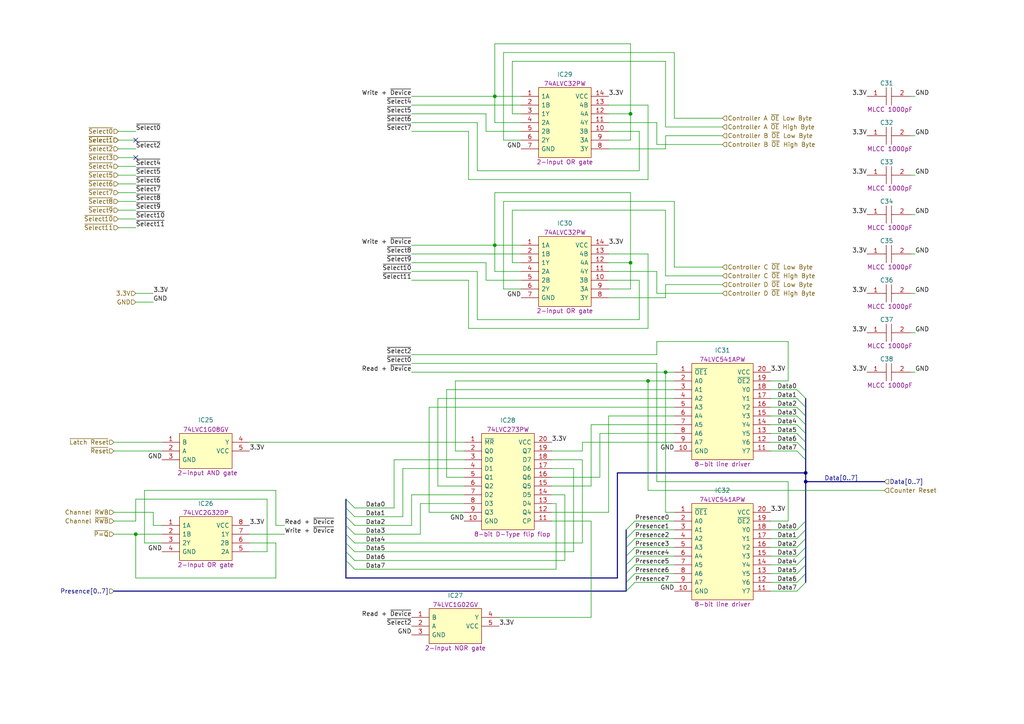
<source format=kicad_sch>
(kicad_sch (version 20230121) (generator eeschema)
  (paper "A4")
  (lib_symbols
    (symbol "Nexperia:74ALVC32PW,118" (pin_names (offset 0.762))
      (property "Reference" "IC" (at 11.43 6.35 0))
      (property "Description" "2-input OR gate" (at 5.08 -19.05 0))
      (property "Silk" "74ALVC32PW" (at 12.7 3.81 0))
      (symbol "74ALVC32PW,118_0_0"
        (pin passive line (at 0 0 0) (length 5.08) (name "1A") (number "1"))
        (pin passive line (at 25.4 -10.16 180) (length 5.08) (name "3B") (number "10"))
        (pin passive line (at 25.4 -7.62 180) (length 5.08) (name "4Y") (number "11"))
        (pin passive line (at 25.4 -5.08 180) (length 5.08) (name "4A") (number "12"))
        (pin passive line (at 25.4 -2.54 180) (length 5.08) (name "4B") (number "13"))
        (pin passive line (at 25.4 0 180) (length 5.08) (name "VCC") (number "14"))
        (pin passive line (at 0 -2.54 0) (length 5.08) (name "1B") (number "2"))
        (pin passive line (at 0 -5.08 0) (length 5.08) (name "1Y") (number "3"))
        (pin passive line (at 0 -7.62 0) (length 5.08) (name "2A") (number "4"))
        (pin passive line (at 0 -10.16 0) (length 5.08) (name "2B") (number "5"))
        (pin passive line (at 0 -12.7 0) (length 5.08) (name "2Y") (number "6"))
        (pin passive line (at 0 -15.24 0) (length 5.08) (name "GND") (number "7"))
        (pin passive line (at 25.4 -15.24 180) (length 5.08) (name "3Y") (number "8"))
        (pin passive line (at 25.4 -12.7 180) (length 5.08) (name "3A") (number "9"))
      )
      (symbol "74ALVC32PW,118_0_1"
        (polyline (pts (xy 5.08 2.54) (xy 20.32 2.54) (xy 20.32 -17.78) (xy 5.08 -17.78) (xy 5.08 2.54)) (stroke (width 0.1524)) (fill (type background)))
      )
    )
    (symbol "Nexperia:74LVC1G02GV,125" (pin_names (offset 0.762))
      (property "Reference" "IC" (at 11.43 6.35 0))
      (property "Description" "2-input NOR gate" (at 3.81 -8.89 0))
      (property "Silk" "74LVC1G02GV" (at 12.7 3.81 0))
      (symbol "74LVC1G02GV,125_0_0"
        (pin passive line (at 0 0 0) (length 5.08) (name "B") (number "1"))
        (pin passive line (at 0 -2.54 0) (length 5.08) (name "A") (number "2"))
        (pin passive line (at 0 -5.08 0) (length 5.08) (name "GND") (number "3"))
        (pin passive line (at 25.4 0 180) (length 5.08) (name "Y") (number "4"))
        (pin passive line (at 25.4 -2.54 180) (length 5.08) (name "VCC") (number "5"))
      )
      (symbol "74LVC1G02GV,125_0_1"
        (polyline (pts (xy 5.08 2.54) (xy 20.32 2.54) (xy 20.32 -7.62) (xy 5.08 -7.62) (xy 5.08 2.54)) (stroke (width 0.1524)) (fill (type background)))
      )
    )
    (symbol "Nexperia:74LVC1G08GV,125" (pin_names (offset 0.762))
      (property "Reference" "IC" (at 10.795 5.715 0))
      (property "Silk" "74LVC1G08GV" (at 12.7 3.81 0))
      (symbol "74LVC1G08GV,125_0_0"
        (pin passive line (at 0 0 0) (length 5.08) (name "B") (number "1"))
        (pin passive line (at 0 -2.54 0) (length 5.08) (name "A") (number "2"))
        (pin passive line (at 0 -5.08 0) (length 5.08) (name "GND") (number "3"))
        (pin passive line (at 25.4 0 180) (length 5.08) (name "Y") (number "4"))
        (pin passive line (at 25.4 -2.54 180) (length 5.08) (name "VCC") (number "5"))
      )
      (symbol "74LVC1G08GV,125_0_1"
        (polyline (pts (xy 5.08 2.54) (xy 20.32 2.54) (xy 20.32 -7.62) (xy 5.08 -7.62) (xy 5.08 2.54)) (stroke (width 0.1524)) (fill (type background)))
      )
    )
    (symbol "Nexperia:74LVC273PW,118" (pin_names (offset 0.762))
      (property "Reference" "IC" (at 11.43 6.35 0))
      (property "Description" "8-bit D-Type flip flop" (at 1.27 -26.67 0))
      (property "Silk" "74LVC273PW" (at 12.7 3.81 0))
      (symbol "74LVC273PW,118_0_0"
        (pin passive line (at 0 0 0) (length 5.08) (name "~{MR}") (number "1"))
        (pin passive line (at 0 -22.86 0) (length 5.08) (name "GND") (number "10"))
        (pin passive line (at 25.4 -22.86 180) (length 5.08) (name "CP") (number "11"))
        (pin passive line (at 25.4 -20.32 180) (length 5.08) (name "Q4") (number "12"))
        (pin passive line (at 25.4 -17.78 180) (length 5.08) (name "D4") (number "13"))
        (pin passive line (at 25.4 -15.24 180) (length 5.08) (name "D5") (number "14"))
        (pin passive line (at 25.4 -12.7 180) (length 5.08) (name "Q5") (number "15"))
        (pin passive line (at 25.4 -10.16 180) (length 5.08) (name "Q6") (number "16"))
        (pin passive line (at 25.4 -7.62 180) (length 5.08) (name "D6") (number "17"))
        (pin passive line (at 25.4 -5.08 180) (length 5.08) (name "D7") (number "18"))
        (pin passive line (at 25.4 -2.54 180) (length 5.08) (name "Q7") (number "19"))
        (pin passive line (at 0 -2.54 0) (length 5.08) (name "Q0") (number "2"))
        (pin passive line (at 25.4 0 180) (length 5.08) (name "VCC") (number "20"))
        (pin passive line (at 0 -5.08 0) (length 5.08) (name "D0") (number "3"))
        (pin passive line (at 0 -7.62 0) (length 5.08) (name "D1") (number "4"))
        (pin passive line (at 0 -10.16 0) (length 5.08) (name "Q1") (number "5"))
        (pin passive line (at 0 -12.7 0) (length 5.08) (name "Q2") (number "6"))
        (pin passive line (at 0 -15.24 0) (length 5.08) (name "D2") (number "7"))
        (pin passive line (at 0 -17.78 0) (length 5.08) (name "D3") (number "8"))
        (pin passive line (at 0 -20.32 0) (length 5.08) (name "Q3") (number "9"))
      )
      (symbol "74LVC273PW,118_0_1"
        (polyline (pts (xy 5.08 2.54) (xy 20.32 2.54) (xy 20.32 -25.4) (xy 5.08 -25.4) (xy 5.08 2.54)) (stroke (width 0.1524)) (fill (type background)))
      )
    )
    (symbol "Nexperia:74LVC2G32DP,125" (pin_names (offset 0.762))
      (property "Reference" "IC" (at 11.43 6.35 0))
      (property "Description" "2-Input OR gate" (at 5.08 -11.43 0))
      (property "Silk" "74LVC2G32DP" (at 12.7 3.81 0))
      (symbol "74LVC2G32DP,125_0_0"
        (pin passive line (at 0 0 0) (length 5.08) (name "1A") (number "1"))
        (pin passive line (at 0 -2.54 0) (length 5.08) (name "1B") (number "2"))
        (pin passive line (at 0 -5.08 0) (length 5.08) (name "2Y") (number "3"))
        (pin passive line (at 0 -7.62 0) (length 5.08) (name "GND") (number "4"))
        (pin passive line (at 25.4 -7.62 180) (length 5.08) (name "2A") (number "5"))
        (pin passive line (at 25.4 -5.08 180) (length 5.08) (name "2B") (number "6"))
        (pin passive line (at 25.4 -2.54 180) (length 5.08) (name "1Y") (number "7"))
        (pin passive line (at 25.4 0 180) (length 5.08) (name "VCC") (number "8"))
      )
      (symbol "74LVC2G32DP,125_0_1"
        (polyline (pts (xy 5.08 2.54) (xy 20.32 2.54) (xy 20.32 -10.16) (xy 5.08 -10.16) (xy 5.08 2.54)) (stroke (width 0.1524)) (fill (type background)))
      )
    )
    (symbol "Nexperia:74LVC541APW,118" (pin_names (offset 0.762))
      (property "Reference" "IC" (at 12.7 6.35 0))
      (property "Description" "8-bit line driver" (at 6.35 -26.67 0))
      (property "Silk" "74LVC541APW" (at 13.97 3.81 0))
      (symbol "74LVC541APW,118_0_0"
        (pin passive line (at 0 0 0) (length 5.08) (name "~{OE1}") (number "1"))
        (pin passive line (at 0 -22.86 0) (length 5.08) (name "GND") (number "10"))
        (pin passive line (at 27.94 -22.86 180) (length 5.08) (name "Y7") (number "11"))
        (pin passive line (at 27.94 -20.32 180) (length 5.08) (name "Y6") (number "12"))
        (pin passive line (at 27.94 -17.78 180) (length 5.08) (name "Y5") (number "13"))
        (pin passive line (at 27.94 -15.24 180) (length 5.08) (name "Y4") (number "14"))
        (pin passive line (at 27.94 -12.7 180) (length 5.08) (name "Y3") (number "15"))
        (pin passive line (at 27.94 -10.16 180) (length 5.08) (name "Y2") (number "16"))
        (pin passive line (at 27.94 -7.62 180) (length 5.08) (name "Y1") (number "17"))
        (pin passive line (at 27.94 -5.08 180) (length 5.08) (name "Y0") (number "18"))
        (pin passive line (at 27.94 -2.54 180) (length 5.08) (name "~{OE2}") (number "19"))
        (pin passive line (at 0 -2.54 0) (length 5.08) (name "A0") (number "2"))
        (pin passive line (at 27.94 0 180) (length 5.08) (name "VCC") (number "20"))
        (pin passive line (at 0 -5.08 0) (length 5.08) (name "A1") (number "3"))
        (pin passive line (at 0 -7.62 0) (length 5.08) (name "A2") (number "4"))
        (pin passive line (at 0 -10.16 0) (length 5.08) (name "A3") (number "5"))
        (pin passive line (at 0 -12.7 0) (length 5.08) (name "A4") (number "6"))
        (pin passive line (at 0 -15.24 0) (length 5.08) (name "A5") (number "7"))
        (pin passive line (at 0 -17.78 0) (length 5.08) (name "A6") (number "8"))
        (pin passive line (at 0 -20.32 0) (length 5.08) (name "A7") (number "9"))
      )
      (symbol "74LVC541APW,118_0_1"
        (polyline (pts (xy 5.08 2.54) (xy 22.86 2.54) (xy 22.86 -25.4) (xy 5.08 -25.4) (xy 5.08 2.54)) (stroke (width 0.1524)) (fill (type background)))
      )
    )
    (symbol "Wurth_Elektronik:885012207033" (pin_names (offset 0.762))
      (property "Reference" "C" (at 5.715 3.81 0))
      (property "Description" "MLCC 1000pF" (at 0 -3.81 0))
      (symbol "885012207033_0_0"
        (pin passive line (at 0 0 0) (length 5.08) (name "~") (number "1"))
        (pin passive line (at 12.7 0 180) (length 5.08) (name "~") (number "2"))
      )
      (symbol "885012207033_0_1"
        (polyline (pts (xy 5.08 0) (xy 5.588 0)) (stroke (width 0.1524)))
        (polyline (pts (xy 5.588 2.54) (xy 5.588 -2.54)) (stroke (width 0.1524)))
        (polyline (pts (xy 7.112 0) (xy 7.62 0)) (stroke (width 0.1524)))
        (polyline (pts (xy 7.112 2.54) (xy 7.112 -2.54)) (stroke (width 0.1524)))
      )
    )
  )
  (junction (at 233.68 139.7))
  (junction (at 187.96 110.49))
  (junction (at 182.88 76.2))
  (junction (at 233.68 137.16))
  (junction (at 143.51 27.94))
  (junction (at 182.88 33.02))
  (junction (at 39.37 154.94))
  (junction (at 143.51 71.12))
  (junction (at 193.04 107.95))
  (no_connect (at 39.37 45.72))
  (no_connect (at 39.37 40.64))
  (bus_entry (at 231.14 118.11) (size 2.54 2.54))
  (bus_entry (at 100.33 149.86) (size 2.54 2.54))
  (bus_entry (at 231.14 115.57) (size 2.54 2.54))
  (bus_entry (at 181.61 166.37) (size 2.54 -2.54))
  (bus_entry (at 181.61 163.83) (size 2.54 -2.54))
  (bus_entry (at 100.33 144.78) (size 2.54 2.54))
  (bus_entry (at 231.14 161.29) (size 2.54 -2.54))
  (bus_entry (at 181.61 161.29) (size 2.54 -2.54))
  (bus_entry (at 231.14 123.19) (size 2.54 2.54))
  (bus_entry (at 231.14 163.83) (size 2.54 -2.54))
  (bus_entry (at 231.14 158.75) (size 2.54 -2.54))
  (bus_entry (at 100.33 160.02) (size 2.54 2.54))
  (bus_entry (at 231.14 130.81) (size 2.54 2.54))
  (bus_entry (at 231.14 171.45) (size 2.54 -2.54))
  (bus_entry (at 100.33 152.4) (size 2.54 2.54))
  (bus_entry (at 181.61 158.75) (size 2.54 -2.54))
  (bus_entry (at 100.33 147.32) (size 2.54 2.54))
  (bus_entry (at 231.14 113.03) (size 2.54 2.54))
  (bus_entry (at 231.14 125.73) (size 2.54 2.54))
  (bus_entry (at 231.14 128.27) (size 2.54 2.54))
  (bus_entry (at 231.14 166.37) (size 2.54 -2.54))
  (bus_entry (at 231.14 168.91) (size 2.54 -2.54))
  (bus_entry (at 100.33 154.94) (size 2.54 2.54))
  (bus_entry (at 231.14 156.21) (size 2.54 -2.54))
  (bus_entry (at 231.14 120.65) (size 2.54 2.54))
  (bus_entry (at 100.33 162.56) (size 2.54 2.54))
  (bus_entry (at 181.61 153.67) (size 2.54 -2.54))
  (bus_entry (at 181.61 171.45) (size 2.54 -2.54))
  (bus_entry (at 181.61 156.21) (size 2.54 -2.54))
  (bus_entry (at 231.14 153.67) (size 2.54 -2.54))
  (bus_entry (at 100.33 157.48) (size 2.54 2.54))
  (bus_entry (at 181.61 168.91) (size 2.54 -2.54))
  (wire (pts (xy 39.37 154.94) (xy 46.99 154.94)))
  (wire (pts (xy 185.42 81.28) (xy 185.42 92.71)))
  (wire (pts (xy 119.38 38.1) (xy 135.89 38.1)))
  (wire (pts (xy 72.39 128.27) (xy 134.62 128.27)))
  (wire (pts (xy 160.02 130.81) (xy 168.91 130.81)))
  (wire (pts (xy 184.15 161.29) (xy 195.58 161.29)))
  (wire (pts (xy 119.38 35.56) (xy 138.43 35.56)))
  (wire (pts (xy 119.38 105.41) (xy 190.5 105.41)))
  (wire (pts (xy 143.51 78.74) (xy 151.13 78.74)))
  (wire (pts (xy 124.46 118.11) (xy 195.58 118.11)))
  (wire (pts (xy 163.83 143.51) (xy 163.83 162.56)))
  (wire (pts (xy 33.02 148.59) (xy 44.45 148.59)))
  (wire (pts (xy 223.52 163.83) (xy 231.14 163.83)))
  (wire (pts (xy 143.51 35.56) (xy 151.13 35.56)))
  (bus (pts (xy 100.33 152.4) (xy 100.33 154.94)))
  (bus (pts (xy 233.68 128.27) (xy 233.68 130.81)))
  (wire (pts (xy 148.59 76.2) (xy 148.59 60.96)))
  (wire (pts (xy 34.29 50.8) (xy 39.37 50.8)))
  (bus (pts (xy 233.68 163.83) (xy 233.68 166.37)))
  (wire (pts (xy 148.59 17.78) (xy 193.04 17.78)))
  (wire (pts (xy 46.99 157.48) (xy 41.91 157.48)))
  (wire (pts (xy 176.53 148.59) (xy 176.53 120.65)))
  (wire (pts (xy 148.59 60.96) (xy 193.04 60.96)))
  (wire (pts (xy 80.01 157.48) (xy 72.39 157.48)))
  (wire (pts (xy 231.14 130.81) (xy 223.52 130.81)))
  (bus (pts (xy 233.68 158.75) (xy 233.68 161.29)))
  (wire (pts (xy 223.52 128.27) (xy 231.14 128.27)))
  (wire (pts (xy 119.38 78.74) (xy 138.43 78.74)))
  (wire (pts (xy 223.52 125.73) (xy 231.14 125.73)))
  (wire (pts (xy 33.02 154.94) (xy 39.37 154.94)))
  (wire (pts (xy 228.6 151.13) (xy 228.6 139.7)))
  (wire (pts (xy 44.45 152.4) (xy 46.99 152.4)))
  (wire (pts (xy 187.96 110.49) (xy 195.58 110.49)))
  (wire (pts (xy 195.58 148.59) (xy 193.04 148.59)))
  (wire (pts (xy 148.59 33.02) (xy 148.59 17.78)))
  (wire (pts (xy 146.05 83.82) (xy 146.05 58.42)))
  (wire (pts (xy 34.29 63.5) (xy 39.37 63.5)))
  (wire (pts (xy 176.53 73.66) (xy 187.96 73.66)))
  (wire (pts (xy 264.16 39.37) (xy 265.43 39.37)))
  (bus (pts (xy 233.68 130.81) (xy 233.68 133.35)))
  (wire (pts (xy 44.45 148.59) (xy 44.45 152.4)))
  (wire (pts (xy 182.88 40.64) (xy 176.53 40.64)))
  (wire (pts (xy 184.15 158.75) (xy 195.58 158.75)))
  (wire (pts (xy 119.38 33.02) (xy 140.97 33.02)))
  (wire (pts (xy 228.6 110.49) (xy 228.6 99.06)))
  (wire (pts (xy 39.37 85.09) (xy 44.45 85.09)))
  (wire (pts (xy 184.15 153.67) (xy 195.58 153.67)))
  (wire (pts (xy 119.38 102.87) (xy 190.5 102.87)))
  (wire (pts (xy 77.47 160.02) (xy 77.47 144.78)))
  (wire (pts (xy 140.97 76.2) (xy 140.97 81.28)))
  (wire (pts (xy 176.53 81.28) (xy 185.42 81.28)))
  (wire (pts (xy 187.96 52.07) (xy 135.89 52.07)))
  (bus (pts (xy 233.68 123.19) (xy 233.68 125.73)))
  (wire (pts (xy 160.02 133.35) (xy 168.91 133.35)))
  (wire (pts (xy 195.58 15.24) (xy 195.58 34.29)))
  (wire (pts (xy 102.87 154.94) (xy 121.92 154.94)))
  (wire (pts (xy 190.5 85.09) (xy 209.55 85.09)))
  (wire (pts (xy 228.6 110.49) (xy 223.52 110.49)))
  (bus (pts (xy 100.33 154.94) (xy 100.33 157.48)))
  (bus (pts (xy 181.61 161.29) (xy 181.61 163.83)))
  (wire (pts (xy 102.87 157.48) (xy 168.91 157.48)))
  (wire (pts (xy 223.52 113.03) (xy 231.14 113.03)))
  (wire (pts (xy 184.15 156.21) (xy 195.58 156.21)))
  (bus (pts (xy 233.68 166.37) (xy 233.68 168.91)))
  (wire (pts (xy 168.91 128.27) (xy 195.58 128.27)))
  (wire (pts (xy 193.04 60.96) (xy 193.04 80.01)))
  (wire (pts (xy 193.04 39.37) (xy 209.55 39.37)))
  (bus (pts (xy 100.33 144.78) (xy 100.33 147.32)))
  (wire (pts (xy 264.16 96.52) (xy 265.43 96.52)))
  (wire (pts (xy 223.52 156.21) (xy 231.14 156.21)))
  (wire (pts (xy 190.5 35.56) (xy 190.5 41.91)))
  (wire (pts (xy 132.08 130.81) (xy 132.08 110.49)))
  (wire (pts (xy 102.87 147.32) (xy 114.3 147.32)))
  (bus (pts (xy 233.68 118.11) (xy 233.68 120.65)))
  (wire (pts (xy 182.88 33.02) (xy 182.88 40.64)))
  (wire (pts (xy 127 115.57) (xy 195.58 115.57)))
  (wire (pts (xy 119.38 143.51) (xy 119.38 152.4)))
  (wire (pts (xy 102.87 165.1) (xy 161.29 165.1)))
  (bus (pts (xy 233.68 120.65) (xy 233.68 123.19)))
  (wire (pts (xy 176.53 35.56) (xy 190.5 35.56)))
  (wire (pts (xy 182.88 33.02) (xy 176.53 33.02)))
  (wire (pts (xy 168.91 130.81) (xy 168.91 128.27)))
  (wire (pts (xy 34.29 48.26) (xy 39.37 48.26)))
  (wire (pts (xy 143.51 27.94) (xy 143.51 12.7)))
  (wire (pts (xy 134.62 143.51) (xy 119.38 143.51)))
  (wire (pts (xy 176.53 78.74) (xy 190.5 78.74)))
  (wire (pts (xy 160.02 138.43) (xy 173.99 138.43)))
  (wire (pts (xy 223.52 158.75) (xy 231.14 158.75)))
  (bus (pts (xy 233.68 137.16) (xy 233.68 139.7)))
  (wire (pts (xy 151.13 40.64) (xy 146.05 40.64)))
  (wire (pts (xy 151.13 83.82) (xy 146.05 83.82)))
  (wire (pts (xy 182.88 12.7) (xy 182.88 33.02)))
  (wire (pts (xy 140.97 81.28) (xy 151.13 81.28)))
  (wire (pts (xy 171.45 140.97) (xy 171.45 123.19)))
  (bus (pts (xy 33.02 171.45) (xy 181.61 171.45)))
  (wire (pts (xy 146.05 58.42) (xy 195.58 58.42)))
  (bus (pts (xy 100.33 162.56) (xy 100.33 167.64)))
  (wire (pts (xy 34.29 38.1) (xy 39.37 38.1)))
  (wire (pts (xy 264.16 50.8) (xy 265.43 50.8)))
  (wire (pts (xy 119.38 76.2) (xy 140.97 76.2)))
  (wire (pts (xy 34.29 60.96) (xy 39.37 60.96)))
  (wire (pts (xy 41.91 157.48) (xy 41.91 142.24)))
  (wire (pts (xy 119.38 30.48) (xy 151.13 30.48)))
  (wire (pts (xy 176.53 30.48) (xy 187.96 30.48)))
  (wire (pts (xy 102.87 162.56) (xy 163.83 162.56)))
  (wire (pts (xy 193.04 43.18) (xy 193.04 39.37)))
  (wire (pts (xy 143.51 71.12) (xy 143.51 55.88)))
  (wire (pts (xy 119.38 73.66) (xy 151.13 73.66)))
  (wire (pts (xy 223.52 168.91) (xy 231.14 168.91)))
  (wire (pts (xy 166.37 135.89) (xy 166.37 160.02)))
  (bus (pts (xy 100.33 149.86) (xy 100.33 152.4)))
  (wire (pts (xy 102.87 160.02) (xy 166.37 160.02)))
  (bus (pts (xy 233.68 139.7) (xy 256.54 139.7)))
  (wire (pts (xy 160.02 135.89) (xy 166.37 135.89)))
  (bus (pts (xy 100.33 160.02) (xy 100.33 162.56)))
  (wire (pts (xy 34.29 45.72) (xy 39.37 45.72)))
  (wire (pts (xy 264.16 73.66) (xy 265.43 73.66)))
  (wire (pts (xy 143.51 12.7) (xy 182.88 12.7)))
  (wire (pts (xy 121.92 146.05) (xy 121.92 154.94)))
  (bus (pts (xy 233.68 153.67) (xy 233.68 156.21)))
  (wire (pts (xy 140.97 33.02) (xy 140.97 38.1)))
  (wire (pts (xy 114.3 133.35) (xy 134.62 133.35)))
  (wire (pts (xy 77.47 144.78) (xy 39.37 144.78)))
  (wire (pts (xy 102.87 149.86) (xy 116.84 149.86)))
  (wire (pts (xy 134.62 140.97) (xy 127 140.97)))
  (bus (pts (xy 233.68 151.13) (xy 233.68 153.67)))
  (bus (pts (xy 233.68 115.57) (xy 233.68 118.11)))
  (wire (pts (xy 187.96 95.25) (xy 135.89 95.25)))
  (bus (pts (xy 181.61 166.37) (xy 181.61 168.91)))
  (wire (pts (xy 223.52 166.37) (xy 231.14 166.37)))
  (wire (pts (xy 193.04 107.95) (xy 195.58 107.95)))
  (wire (pts (xy 143.51 71.12) (xy 143.51 78.74)))
  (wire (pts (xy 182.88 55.88) (xy 182.88 76.2)))
  (wire (pts (xy 34.29 66.04) (xy 39.37 66.04)))
  (wire (pts (xy 190.5 41.91) (xy 209.55 41.91)))
  (wire (pts (xy 138.43 78.74) (xy 138.43 92.71)))
  (wire (pts (xy 160.02 143.51) (xy 163.83 143.51)))
  (wire (pts (xy 187.96 110.49) (xy 187.96 142.24)))
  (wire (pts (xy 171.45 179.07) (xy 171.45 151.13)))
  (wire (pts (xy 176.53 38.1) (xy 185.42 38.1)))
  (wire (pts (xy 34.29 55.88) (xy 39.37 55.88)))
  (wire (pts (xy 119.38 107.95) (xy 193.04 107.95)))
  (wire (pts (xy 129.54 138.43) (xy 134.62 138.43)))
  (wire (pts (xy 143.51 55.88) (xy 182.88 55.88)))
  (bus (pts (xy 181.61 153.67) (xy 181.61 156.21)))
  (wire (pts (xy 182.88 83.82) (xy 176.53 83.82)))
  (wire (pts (xy 144.78 179.07) (xy 171.45 179.07)))
  (wire (pts (xy 195.58 34.29) (xy 209.55 34.29)))
  (wire (pts (xy 134.62 146.05) (xy 121.92 146.05)))
  (wire (pts (xy 184.15 168.91) (xy 195.58 168.91)))
  (wire (pts (xy 223.52 151.13) (xy 228.6 151.13)))
  (wire (pts (xy 129.54 138.43) (xy 129.54 113.03)))
  (wire (pts (xy 135.89 95.25) (xy 135.89 81.28)))
  (wire (pts (xy 127 140.97) (xy 127 115.57)))
  (bus (pts (xy 181.61 156.21) (xy 181.61 158.75)))
  (wire (pts (xy 173.99 125.73) (xy 195.58 125.73)))
  (wire (pts (xy 140.97 38.1) (xy 151.13 38.1)))
  (wire (pts (xy 143.51 27.94) (xy 151.13 27.94)))
  (wire (pts (xy 193.04 86.36) (xy 193.04 82.55)))
  (wire (pts (xy 223.52 118.11) (xy 231.14 118.11)))
  (wire (pts (xy 187.96 142.24) (xy 256.54 142.24)))
  (wire (pts (xy 193.04 107.95) (xy 193.04 148.59)))
  (wire (pts (xy 190.5 99.06) (xy 190.5 102.87)))
  (bus (pts (xy 181.61 168.91) (xy 181.61 171.45)))
  (bus (pts (xy 233.68 133.35) (xy 233.68 137.16)))
  (wire (pts (xy 223.52 123.19) (xy 231.14 123.19)))
  (wire (pts (xy 231.14 171.45) (xy 223.52 171.45)))
  (wire (pts (xy 39.37 144.78) (xy 39.37 151.13)))
  (wire (pts (xy 39.37 87.63) (xy 44.45 87.63)))
  (wire (pts (xy 116.84 135.89) (xy 134.62 135.89)))
  (bus (pts (xy 179.07 137.16) (xy 233.68 137.16)))
  (wire (pts (xy 193.04 17.78) (xy 193.04 36.83)))
  (wire (pts (xy 129.54 113.03) (xy 195.58 113.03)))
  (wire (pts (xy 184.15 151.13) (xy 195.58 151.13)))
  (wire (pts (xy 143.51 27.94) (xy 143.51 35.56)))
  (wire (pts (xy 134.62 130.81) (xy 132.08 130.81)))
  (wire (pts (xy 34.29 43.18) (xy 39.37 43.18)))
  (wire (pts (xy 182.88 76.2) (xy 182.88 83.82)))
  (wire (pts (xy 33.02 130.81) (xy 46.99 130.81)))
  (wire (pts (xy 124.46 148.59) (xy 124.46 118.11)))
  (bus (pts (xy 181.61 163.83) (xy 181.61 166.37)))
  (wire (pts (xy 264.16 27.94) (xy 265.43 27.94)))
  (wire (pts (xy 33.02 128.27) (xy 46.99 128.27)))
  (wire (pts (xy 223.52 161.29) (xy 231.14 161.29)))
  (wire (pts (xy 34.29 53.34) (xy 39.37 53.34)))
  (bus (pts (xy 100.33 167.64) (xy 179.07 167.64)))
  (bus (pts (xy 100.33 157.48) (xy 100.33 160.02)))
  (wire (pts (xy 160.02 146.05) (xy 161.29 146.05)))
  (wire (pts (xy 119.38 81.28) (xy 135.89 81.28)))
  (wire (pts (xy 173.99 138.43) (xy 173.99 125.73)))
  (wire (pts (xy 39.37 151.13) (xy 33.02 151.13)))
  (wire (pts (xy 264.16 85.09) (xy 265.43 85.09)))
  (wire (pts (xy 195.58 58.42) (xy 195.58 77.47)))
  (wire (pts (xy 193.04 36.83) (xy 209.55 36.83)))
  (bus (pts (xy 233.68 139.7) (xy 233.68 151.13)))
  (wire (pts (xy 80.01 152.4) (xy 82.55 152.4)))
  (wire (pts (xy 116.84 149.86) (xy 116.84 135.89)))
  (wire (pts (xy 223.52 115.57) (xy 231.14 115.57)))
  (wire (pts (xy 34.29 40.64) (xy 39.37 40.64)))
  (wire (pts (xy 185.42 38.1) (xy 185.42 49.53)))
  (wire (pts (xy 72.39 154.94) (xy 82.55 154.94)))
  (bus (pts (xy 179.07 167.64) (xy 179.07 137.16)))
  (wire (pts (xy 223.52 153.67) (xy 231.14 153.67)))
  (wire (pts (xy 114.3 133.35) (xy 114.3 147.32)))
  (wire (pts (xy 80.01 167.64) (xy 39.37 167.64)))
  (wire (pts (xy 34.29 58.42) (xy 39.37 58.42)))
  (wire (pts (xy 134.62 148.59) (xy 124.46 148.59)))
  (wire (pts (xy 185.42 49.53) (xy 138.43 49.53)))
  (wire (pts (xy 182.88 76.2) (xy 176.53 76.2)))
  (wire (pts (xy 132.08 110.49) (xy 187.96 110.49)))
  (wire (pts (xy 160.02 151.13) (xy 171.45 151.13)))
  (wire (pts (xy 264.16 62.23) (xy 265.43 62.23)))
  (wire (pts (xy 39.37 167.64) (xy 39.37 154.94)))
  (wire (pts (xy 176.53 120.65) (xy 195.58 120.65)))
  (bus (pts (xy 100.33 147.32) (xy 100.33 149.86)))
  (wire (pts (xy 184.15 166.37) (xy 195.58 166.37)))
  (wire (pts (xy 80.01 157.48) (xy 80.01 167.64)))
  (wire (pts (xy 228.6 99.06) (xy 190.5 99.06)))
  (wire (pts (xy 119.38 71.12) (xy 143.51 71.12)))
  (wire (pts (xy 151.13 33.02) (xy 148.59 33.02)))
  (wire (pts (xy 160.02 148.59) (xy 176.53 148.59)))
  (wire (pts (xy 135.89 52.07) (xy 135.89 38.1)))
  (wire (pts (xy 176.53 43.18) (xy 193.04 43.18)))
  (wire (pts (xy 176.53 86.36) (xy 193.04 86.36)))
  (wire (pts (xy 187.96 73.66) (xy 187.96 95.25)))
  (wire (pts (xy 185.42 92.71) (xy 138.43 92.71)))
  (wire (pts (xy 151.13 76.2) (xy 148.59 76.2)))
  (wire (pts (xy 187.96 30.48) (xy 187.96 52.07)))
  (bus (pts (xy 181.61 158.75) (xy 181.61 161.29)))
  (wire (pts (xy 41.91 142.24) (xy 80.01 142.24)))
  (wire (pts (xy 72.39 160.02) (xy 77.47 160.02)))
  (wire (pts (xy 190.5 139.7) (xy 190.5 105.41)))
  (wire (pts (xy 193.04 82.55) (xy 209.55 82.55)))
  (wire (pts (xy 138.43 35.56) (xy 138.43 49.53)))
  (wire (pts (xy 195.58 77.47) (xy 209.55 77.47)))
  (wire (pts (xy 168.91 133.35) (xy 168.91 157.48)))
  (wire (pts (xy 171.45 123.19) (xy 195.58 123.19)))
  (wire (pts (xy 228.6 139.7) (xy 190.5 139.7)))
  (wire (pts (xy 143.51 71.12) (xy 151.13 71.12)))
  (wire (pts (xy 184.15 163.83) (xy 195.58 163.83)))
  (wire (pts (xy 146.05 40.64) (xy 146.05 15.24)))
  (wire (pts (xy 190.5 78.74) (xy 190.5 85.09)))
  (bus (pts (xy 233.68 161.29) (xy 233.68 163.83)))
  (wire (pts (xy 80.01 142.24) (xy 80.01 152.4)))
  (wire (pts (xy 193.04 80.01) (xy 209.55 80.01)))
  (wire (pts (xy 119.38 27.94) (xy 143.51 27.94)))
  (wire (pts (xy 146.05 15.24) (xy 195.58 15.24)))
  (wire (pts (xy 161.29 146.05) (xy 161.29 165.1)))
  (bus (pts (xy 233.68 156.21) (xy 233.68 158.75)))
  (wire (pts (xy 223.52 120.65) (xy 231.14 120.65)))
  (wire (pts (xy 160.02 140.97) (xy 171.45 140.97)))
  (bus (pts (xy 233.68 125.73) (xy 233.68 128.27)))
  (wire (pts (xy 102.87 152.4) (xy 119.38 152.4)))
  (wire (pts (xy 264.16 107.95) (xy 265.43 107.95)))
  (label "3.3V" (at 72.39 130.81 0))
  (label "~{Select4}" (at 119.38 30.48 180))
  (label "GND" (at 265.43 50.8 0))
  (label "GND" (at 134.62 151.13 180))
  (label "3.3V" (at 251.46 73.66 180))
  (label "Presence6" (at 184.15 166.37 0))
  (label "~{Select7}" (at 119.38 38.1 180))
  (label "Data6" (at 111.76 162.56 180))
  (label "GND" (at 151.13 43.18 180))
  (label "Presence2" (at 184.15 156.21 0))
  (label "GND" (at 265.43 85.09 0))
  (label "~{Select6}" (at 119.38 35.56 180))
  (label "GND" (at 265.43 39.37 0))
  (label "Read + ~{Device}" (at 119.38 179.07 180))
  (label "GND" (at 195.58 130.81 180))
  (label "Data2" (at 231.14 158.75 180))
  (label "3.3V" (at 223.52 148.59 0))
  (label "Data7" (at 231.14 171.45 180))
  (label "Data4" (at 231.14 163.83 180))
  (label "GND" (at 265.43 27.94 0))
  (label "3.3V" (at 251.46 96.52 180))
  (label "~{Select6}" (at 39.37 53.34 0))
  (label "Read + ~{Device}" (at 119.38 107.95 180))
  (label "~{Select8}" (at 39.37 58.42 0))
  (label "3.3V" (at 176.53 71.12 0))
  (label "Data0" (at 111.76 147.32 180))
  (label "Presence4" (at 184.15 161.29 0))
  (label "Data[0..7]" (at 248.92 139.7 180))
  (label "~{Select9}" (at 119.38 76.2 180))
  (label "Presence1" (at 184.15 153.67 0))
  (label "Data6" (at 231.14 128.27 180))
  (label "3.3V" (at 72.39 152.4 0))
  (label "GND" (at 46.99 160.02 180))
  (label "Data4" (at 231.14 123.19 180))
  (label "3.3V" (at 251.46 85.09 180))
  (label "GND" (at 44.45 87.63 0))
  (label "Presence3" (at 184.15 158.75 0))
  (label "~{Select9}" (at 39.37 60.96 0))
  (label "GND" (at 265.43 73.66 0))
  (label "Presence7" (at 184.15 168.91 0))
  (label "~{Select10}" (at 119.38 78.74 180))
  (label "Data3" (at 231.14 161.29 180))
  (label "~{Select2}" (at 39.37 43.18 0))
  (label "Data3" (at 111.76 154.94 180))
  (label "Data1" (at 231.14 115.57 180))
  (label "GND" (at 151.13 86.36 180))
  (label "~{Select8}" (at 119.38 73.66 180))
  (label "~{Select11}" (at 119.38 81.28 180))
  (label "3.3V" (at 223.52 107.95 0))
  (label "~{Select11}" (at 39.37 66.04 0))
  (label "Data3" (at 231.14 120.65 180))
  (label "Write + ~{Device}" (at 82.55 154.94 0))
  (label "Data5" (at 111.76 160.02 180))
  (label "Data5" (at 231.14 166.37 180))
  (label "GND" (at 265.43 62.23 0))
  (label "GND" (at 265.43 96.52 0))
  (label "GND" (at 265.43 107.95 0))
  (label "Data2" (at 111.76 152.4 180))
  (label "Data1" (at 231.14 156.21 180))
  (label "3.3V" (at 251.46 39.37 180))
  (label "Data1" (at 111.76 149.86 180))
  (label "~{Select4}" (at 39.37 48.26 0))
  (label "3.3V" (at 251.46 62.23 180))
  (label "3.3V" (at 44.45 85.09 0))
  (label "GND" (at 46.99 133.35 180))
  (label "~{Select10}" (at 39.37 63.5 0))
  (label "Data7" (at 111.76 165.1 180))
  (label "Data5" (at 231.14 125.73 180))
  (label "Write + ~{Device}" (at 119.38 71.12 180))
  (label "3.3V" (at 251.46 107.95 180))
  (label "GND" (at 119.38 184.15 180))
  (label "Read + ~{Device}" (at 82.55 152.4 0))
  (label "Presence0" (at 184.15 151.13 0))
  (label "Data7" (at 231.14 130.81 180))
  (label "~{Select0}" (at 39.37 38.1 0))
  (label "Write + ~{Device}" (at 119.38 27.94 180))
  (label "Data2" (at 231.14 118.11 180))
  (label "Data4" (at 111.76 157.48 180))
  (label "~{Select7}" (at 39.37 55.88 0))
  (label "~{Select2}" (at 119.38 102.87 180))
  (label "~{Select2}" (at 119.38 181.61 180))
  (label "3.3V" (at 144.78 181.61 0))
  (label "~{Select5}" (at 119.38 33.02 180))
  (label "3.3V" (at 160.02 128.27 0))
  (label "Data6" (at 231.14 168.91 180))
  (label "3.3V" (at 176.53 27.94 0))
  (label "3.3V" (at 251.46 27.94 180))
  (label "Data0" (at 231.14 113.03 180))
  (label "3.3V" (at 251.46 50.8 180))
  (label "~{Select0}" (at 119.38 105.41 180))
  (label "Data0" (at 231.14 153.67 180))
  (label "~{Select5}" (at 39.37 50.8 0))
  (label "GND" (at 195.58 171.45 180))
  (label "Presence5" (at 184.15 163.83 0))
  (hierarchical_label "GND" (shape input) (at 39.37 87.63 180))
  (hierarchical_label "Controller C ~{OE} Low Byte" (shape input) (at 209.55 77.47 0))
  (hierarchical_label "~{Reset}" (shape input) (at 33.02 130.81 180))
  (hierarchical_label "~{Select8}" (shape input) (at 34.29 58.42 180))
  (hierarchical_label "~{Select1}" (shape input) (at 34.29 40.64 180))
  (hierarchical_label "~{Select1}" (shape input) (at 34.29 40.64 180))
  (hierarchical_label "~{P=Q}" (shape input) (at 33.02 154.94 180))
  (hierarchical_label "Controller D ~{OE} Low Byte" (shape input) (at 209.55 82.55 0))
  (hierarchical_label "~{Select6}" (shape input) (at 34.29 53.34 180))
  (hierarchical_label "~{Select9}" (shape input) (at 34.29 60.96 180))
  (hierarchical_label "~{Select0}" (shape input) (at 34.29 38.1 180))
  (hierarchical_label "~{Select4}" (shape input) (at 34.29 48.26 180))
  (hierarchical_label "Controller A ~{OE} High Byte" (shape input) (at 209.55 36.83 0))
  (hierarchical_label "~{Select5}" (shape input) (at 34.29 50.8 180))
  (hierarchical_label "Data[0..7]" (shape input) (at 256.54 139.7 0))
  (hierarchical_label "Controller D ~{OE} High Byte" (shape input) (at 209.55 85.09 0))
  (hierarchical_label "Controller B ~{OE} Low Byte" (shape input) (at 209.55 39.37 0))
  (hierarchical_label "~{Select7}" (shape input) (at 34.29 55.88 180))
  (hierarchical_label "~{Latch Reset}" (shape input) (at 33.02 128.27 180))
  (hierarchical_label "Controller B ~{OE} High Byte" (shape input) (at 209.55 41.91 0))
  (hierarchical_label "~{Select2}" (shape input) (at 34.29 43.18 180))
  (hierarchical_label "Controller A ~{OE} Low Byte" (shape input) (at 209.55 34.29 0))
  (hierarchical_label "Channel RWB" (shape input) (at 33.02 148.59 180))
  (hierarchical_label "~{Select3}" (shape input) (at 34.29 45.72 180))
  (hierarchical_label "Controller C ~{OE} High Byte" (shape input) (at 209.55 80.01 0))
  (hierarchical_label "3.3V" (shape input) (at 39.37 85.09 180))
  (hierarchical_label "Presence[0..7]" (shape input) (at 33.02 171.45 180))
  (hierarchical_label "~{Select11}" (shape input) (at 34.29 66.04 180))
  (hierarchical_label "Channel ~{RWB}" (shape input) (at 33.02 151.13 180))
  (hierarchical_label "Counter Reset" (shape input) (at 256.54 142.24 0))
  (hierarchical_label "~{Select10}" (shape input) (at 34.29 63.5 180))
  (symbol (lib_id "Nexperia:74LVC273PW,118") (at 134.62 128.27 0) (unit 1)
    (property "Reference" "IC28" (at 147.32 121.92 0))
    (property "Value" "74LVC273PW,118" (effects hide))
    (property "Footprint" "SOP65P640X110-20N" (effects hide))
    (property "Datasheet" "https://assets.nexperia.com/documents/data-sheet/74LVC273.pdf" (effects hide))
    (property "Description" "8-bit D-Type flip flop" (at 148.59 154.94 0))
    (property "Height" "1.1" (effects hide))
    (property "Manufacturer_Name" "Nexperia" (effects hide))
    (property "Manufacturer_Part_Number" "74LVC273PW,118" (effects hide))
    (property "Mouser Part Number" "771-74LVC273PW-T" (effects hide))
    (property "Mouser Price/Stock" "https://www.mouser.com/Search/Refine.aspx?Keyword=771-74LVC273PW-T" (effects hide))
    (property "Arrow Part Number" "74LVC273PW,118" (effects hide))
    (property "Arrow Price/Stock" "https://www.arrow.com/en/products/74lvc273pw118/nexperia" (effects hide))
    (property "Silk" "74LVC273PW" (at 147.32 124.5893 0))
  )
  (symbol (lib_id "Wurth_Elektronik:885012207033") (at 251.46 50.8 0) (unit 1)
    (property "Reference" "C33" (at 257.175 46.99 0))
    (property "Value" "885012207033" (effects hide))
    (property "Footprint" "CAPC2012X90N" (effects hide))
    (property "Datasheet" "https://katalog.we-online.com/pbs/datasheet/885012207033.pdf" (effects hide))
    (property "Description" "MLCC 1000pF" (at 251.46 54.61 0) (effects (justify left)))
    (property "Height" "0.9" (effects hide))
    (property "Mouser Part Number" "710-885012207033" (effects hide))
    (property "Mouser Price/Stock" "https://www.mouser.co.uk/ProductDetail/Wurth-Elektronik/885012207033?qs=0KOYDY2FL28ky2lrUPvQ%2Fw%3D%3D" (effects hide))
    (property "Manufacturer_Name" "Wurth Elektronik" (effects hide))
    (property "Manufacturer_Part_Number" "885012207033" (effects hide))
  )
  (symbol (lib_id "Wurth_Elektronik:885012207033") (at 251.46 27.94 0) (unit 1)
    (property "Reference" "C31" (at 257.175 24.13 0))
    (property "Value" "885012207033" (effects hide))
    (property "Footprint" "CAPC2012X90N" (effects hide))
    (property "Datasheet" "https://katalog.we-online.com/pbs/datasheet/885012207033.pdf" (effects hide))
    (property "Description" "MLCC 1000pF" (at 251.46 31.75 0) (effects (justify left)))
    (property "Height" "0.9" (effects hide))
    (property "Mouser Part Number" "710-885012207033" (effects hide))
    (property "Mouser Price/Stock" "https://www.mouser.co.uk/ProductDetail/Wurth-Elektronik/885012207033?qs=0KOYDY2FL28ky2lrUPvQ%2Fw%3D%3D" (effects hide))
    (property "Manufacturer_Name" "Wurth Elektronik" (effects hide))
    (property "Manufacturer_Part_Number" "885012207033" (effects hide))
  )
  (symbol (lib_id "Nexperia:74LVC1G02GV,125") (at 119.38 179.07 0) (unit 1)
    (property "Reference" "IC27" (at 132.08 172.72 0))
    (property "Value" "74LVC1G02GV,125" (effects hide))
    (property "Footprint" "SOT95P275X110-5N" (effects hide))
    (property "Datasheet" "https://assets.nexperia.com/documents/data-sheet/74LVC1G02.pdf" (effects hide))
    (property "Description" "2-input NOR gate" (at 132.08 187.96 0))
    (property "Height" "1.1" (effects hide))
    (property "Manufacturer_Name" "Nexperia" (effects hide))
    (property "Manufacturer_Part_Number" "74LVC1G02GV,125" (effects hide))
    (property "Mouser Part Number" "771-LVC1G02GV125" (effects hide))
    (property "Mouser Price/Stock" "https://www.mouser.co.uk/ProductDetail/Nexperia/74LVC1G02GV125?qs=me8TqzrmIYX6GMf4PLx9gg%3D%3D" (effects hide))
    (property "Arrow Part Number" "74LVC1G02GV,125" (effects hide))
    (property "Arrow Price/Stock" "https://www.arrow.com/en/products/74lvc1g02gv125/nexperia?region=nac" (effects hide))
    (property "Silk" "74LVC1G02GV" (at 132.08 175.3893 0))
  )
  (symbol (lib_id "Nexperia:74ALVC32PW,118") (at 151.13 71.12 0) (unit 1)
    (property "Reference" "IC30" (at 163.83 64.77 0))
    (property "Value" "74ALVC32PW,118" (effects hide))
    (property "Footprint" "SOP65P640X110-14N" (effects hide))
    (property "Datasheet" "https://assets.nexperia.com/documents/data-sheet/74ALVC32.pdf" (effects hide))
    (property "Description" "2-input OR gate" (at 163.83 90.17 0))
    (property "Height" "1.1" (effects hide))
    (property "Mouser Part Number" "771-ALVC32PW118" (effects hide))
    (property "Mouser Price/Stock" "https://www.mouser.co.uk/ProductDetail/Nexperia/74ALVC32PW118?qs=P62ublwmbi8O1PZSQC2ZSw%3D%3D" (effects hide))
    (property "Manufacturer_Name" "Nexperia" (effects hide))
    (property "Manufacturer_Part_Number" "74ALVC32PW,118" (effects hide))
    (property "Silk" "74ALVC32PW" (at 163.83 67.4393 0))
  )
  (symbol (lib_id "Wurth_Elektronik:885012207033") (at 251.46 96.52 0) (unit 1)
    (property "Reference" "C37" (at 257.175 92.71 0))
    (property "Value" "885012207033" (effects hide))
    (property "Footprint" "CAPC2012X90N" (effects hide))
    (property "Datasheet" "https://katalog.we-online.com/pbs/datasheet/885012207033.pdf" (effects hide))
    (property "Description" "MLCC 1000pF" (at 251.46 100.33 0) (effects (justify left)))
    (property "Height" "0.9" (effects hide))
    (property "Mouser Part Number" "710-885012207033" (effects hide))
    (property "Mouser Price/Stock" "https://www.mouser.co.uk/ProductDetail/Wurth-Elektronik/885012207033?qs=0KOYDY2FL28ky2lrUPvQ%2Fw%3D%3D" (effects hide))
    (property "Manufacturer_Name" "Wurth Elektronik" (effects hide))
    (property "Manufacturer_Part_Number" "885012207033" (effects hide))
  )
  (symbol (lib_id "Nexperia:74ALVC32PW,118") (at 151.13 27.94 0) (unit 1)
    (property "Reference" "IC29" (at 163.83 21.59 0))
    (property "Value" "74ALVC32PW,118" (effects hide))
    (property "Footprint" "SOP65P640X110-14N" (effects hide))
    (property "Datasheet" "https://assets.nexperia.com/documents/data-sheet/74ALVC32.pdf" (effects hide))
    (property "Description" "2-input OR gate" (at 163.83 46.99 0))
    (property "Height" "1.1" (effects hide))
    (property "Mouser Part Number" "771-ALVC32PW118" (effects hide))
    (property "Mouser Price/Stock" "https://www.mouser.co.uk/ProductDetail/Nexperia/74ALVC32PW118?qs=P62ublwmbi8O1PZSQC2ZSw%3D%3D" (effects hide))
    (property "Manufacturer_Name" "Nexperia" (effects hide))
    (property "Manufacturer_Part_Number" "74ALVC32PW,118" (effects hide))
    (property "Silk" "74ALVC32PW" (at 163.83 24.2593 0))
  )
  (symbol (lib_id "Nexperia:74LVC1G08GV,125") (at 46.99 128.27 0) (unit 1)
    (property "Reference" "IC25" (at 59.69 121.8143 0))
    (property "Value" "74LVC1G08GV,125" (effects hide))
    (property "Footprint" "SOT95P275X110-5N" (effects hide))
    (property "Datasheet" "https://assets.nexperia.com/documents/data-sheet/74LVC1G08.pdf" (effects hide))
    (property "Description" "2-input AND gate" (at 51.435 137.16 0) (effects (justify left)))
    (property "Height" "1.1" (effects hide))
    (property "Manufacturer_Name" "Nexperia" (effects hide))
    (property "Manufacturer_Part_Number" "74LVC1G08GV,125" (effects hide))
    (property "Mouser Part Number" "771-74LVC1G08GV" (effects hide))
    (property "Mouser Price/Stock" "https://www.mouser.co.uk/ProductDetail/Nexperia/74LVC1G08GV125?qs=me8TqzrmIYXEnurJEPZc7A%3D%3D" (effects hide))
    (property "Arrow Part Number" "74LVC1G08GV,125" (effects hide))
    (property "Arrow Price/Stock" "https://www.arrow.com/en/products/74lvc1g08gv125/nexperia" (effects hide))
    (property "Silk" "74LVC1G08GV" (at 59.69 124.5894 0))
  )
  (symbol (lib_id "Wurth_Elektronik:885012207033") (at 251.46 73.66 0) (unit 1)
    (property "Reference" "C35" (at 257.175 69.85 0))
    (property "Value" "885012207033" (effects hide))
    (property "Footprint" "CAPC2012X90N" (effects hide))
    (property "Datasheet" "https://katalog.we-online.com/pbs/datasheet/885012207033.pdf" (effects hide))
    (property "Description" "MLCC 1000pF" (at 251.46 77.47 0) (effects (justify left)))
    (property "Height" "0.9" (effects hide))
    (property "Mouser Part Number" "710-885012207033" (effects hide))
    (property "Mouser Price/Stock" "https://www.mouser.co.uk/ProductDetail/Wurth-Elektronik/885012207033?qs=0KOYDY2FL28ky2lrUPvQ%2Fw%3D%3D" (effects hide))
    (property "Manufacturer_Name" "Wurth Elektronik" (effects hide))
    (property "Manufacturer_Part_Number" "885012207033" (effects hide))
  )
  (symbol (lib_id "Nexperia:74LVC541APW,118") (at 195.58 148.59 0) (unit 1)
    (property "Reference" "IC32" (at 209.55 142.24 0))
    (property "Value" "74LVC541APW,118" (effects hide))
    (property "Footprint" "SOP65P640X110-20N" (effects hide))
    (property "Datasheet" "https://assets.nexperia.com/documents/data-sheet/74LVC541A.pdf" (effects hide))
    (property "Description" "8-bit line driver" (at 209.55 175.26 0))
    (property "Height" "1.1" (effects hide))
    (property "Mouser Part Number" "771-74LVC541APW-T" (effects hide))
    (property "Mouser Price/Stock" "https://www.mouser.co.uk/ProductDetail/Nexperia/74LVC541APW118?qs=me8TqzrmIYXvoPByM7nnJQ%3D%3D" (effects hide))
    (property "Manufacturer_Name" "Nexperia" (effects hide))
    (property "Manufacturer_Part_Number" "74LVC541APW,118" (effects hide))
    (property "Silk" "74LVC541APW" (at 209.55 144.9093 0))
  )
  (symbol (lib_id "Wurth_Elektronik:885012207033") (at 251.46 107.95 0) (unit 1)
    (property "Reference" "C38" (at 257.175 104.14 0))
    (property "Value" "885012207033" (effects hide))
    (property "Footprint" "CAPC2012X90N" (effects hide))
    (property "Datasheet" "https://katalog.we-online.com/pbs/datasheet/885012207033.pdf" (effects hide))
    (property "Description" "MLCC 1000pF" (at 251.46 111.76 0) (effects (justify left)))
    (property "Height" "0.9" (effects hide))
    (property "Mouser Part Number" "710-885012207033" (effects hide))
    (property "Mouser Price/Stock" "https://www.mouser.co.uk/ProductDetail/Wurth-Elektronik/885012207033?qs=0KOYDY2FL28ky2lrUPvQ%2Fw%3D%3D" (effects hide))
    (property "Manufacturer_Name" "Wurth Elektronik" (effects hide))
    (property "Manufacturer_Part_Number" "885012207033" (effects hide))
  )
  (symbol (lib_id "Wurth_Elektronik:885012207033") (at 251.46 62.23 0) (unit 1)
    (property "Reference" "C34" (at 257.175 58.42 0))
    (property "Value" "885012207033" (effects hide))
    (property "Footprint" "CAPC2012X90N" (effects hide))
    (property "Datasheet" "https://katalog.we-online.com/pbs/datasheet/885012207033.pdf" (effects hide))
    (property "Description" "MLCC 1000pF" (at 251.46 66.04 0) (effects (justify left)))
    (property "Height" "0.9" (effects hide))
    (property "Mouser Part Number" "710-885012207033" (effects hide))
    (property "Mouser Price/Stock" "https://www.mouser.co.uk/ProductDetail/Wurth-Elektronik/885012207033?qs=0KOYDY2FL28ky2lrUPvQ%2Fw%3D%3D" (effects hide))
    (property "Manufacturer_Name" "Wurth Elektronik" (effects hide))
    (property "Manufacturer_Part_Number" "885012207033" (effects hide))
  )
  (symbol (lib_id "Nexperia:74LVC2G32DP,125") (at 46.99 152.4 0) (unit 1)
    (property "Reference" "IC26" (at 59.69 146.05 0))
    (property "Value" "74LVC2G32DP,125" (effects hide))
    (property "Footprint" "SOP65P400X110-8N" (effects hide))
    (property "Datasheet" "https://assets.nexperia.com/documents/data-sheet/74LVC2G32.pdf" (effects hide))
    (property "Description" "2-Input OR gate" (at 59.69 163.83 0))
    (property "Height" "1.1" (effects hide))
    (property "Manufacturer_Name" "Nexperia" (effects hide))
    (property "Manufacturer_Part_Number" "74LVC2G32DP,125" (effects hide))
    (property "Mouser Part Number" "771-LVC2G32DP125" (effects hide))
    (property "Mouser Price/Stock" "https://www.mouser.co.uk/ProductDetail/Nexperia/74LVC2G32DP125?qs=me8TqzrmIYW%2FQ9dGbQTEYg%3D%3D" (effects hide))
    (property "Arrow Part Number" "74LVC2G32DP,125" (effects hide))
    (property "Arrow Price/Stock" "https://www.arrow.com/en/products/74lvc2g32dp125/nexperia?region=nac" (effects hide))
    (property "Silk" "74LVC2G32DP" (at 59.69 148.7193 0))
  )
  (symbol (lib_id "Wurth_Elektronik:885012207033") (at 251.46 39.37 0) (unit 1)
    (property "Reference" "C32" (at 257.175 35.56 0))
    (property "Value" "885012207033" (effects hide))
    (property "Footprint" "CAPC2012X90N" (effects hide))
    (property "Datasheet" "https://katalog.we-online.com/pbs/datasheet/885012207033.pdf" (effects hide))
    (property "Description" "MLCC 1000pF" (at 251.46 43.18 0) (effects (justify left)))
    (property "Height" "0.9" (effects hide))
    (property "Mouser Part Number" "710-885012207033" (effects hide))
    (property "Mouser Price/Stock" "https://www.mouser.co.uk/ProductDetail/Wurth-Elektronik/885012207033?qs=0KOYDY2FL28ky2lrUPvQ%2Fw%3D%3D" (effects hide))
    (property "Manufacturer_Name" "Wurth Elektronik" (effects hide))
    (property "Manufacturer_Part_Number" "885012207033" (effects hide))
  )
  (symbol (lib_id "Nexperia:74LVC541APW,118") (at 195.58 107.95 0) (unit 1)
    (property "Reference" "IC31" (at 209.55 101.6 0))
    (property "Value" "74LVC541APW,118" (effects hide))
    (property "Footprint" "SOP65P640X110-20N" (effects hide))
    (property "Datasheet" "https://assets.nexperia.com/documents/data-sheet/74LVC541A.pdf" (effects hide))
    (property "Description" "8-bit line driver" (at 209.55 134.62 0))
    (property "Height" "1.1" (effects hide))
    (property "Mouser Part Number" "771-74LVC541APW-T" (effects hide))
    (property "Mouser Price/Stock" "https://www.mouser.co.uk/ProductDetail/Nexperia/74LVC541APW118?qs=me8TqzrmIYXvoPByM7nnJQ%3D%3D" (effects hide))
    (property "Manufacturer_Name" "Nexperia" (effects hide))
    (property "Manufacturer_Part_Number" "74LVC541APW,118" (effects hide))
    (property "Silk" "74LVC541APW" (at 209.55 104.2693 0))
  )
  (symbol (lib_id "Wurth_Elektronik:885012207033") (at 251.46 85.09 0) (unit 1)
    (property "Reference" "C36" (at 257.175 81.28 0))
    (property "Value" "885012207033" (effects hide))
    (property "Footprint" "CAPC2012X90N" (effects hide))
    (property "Datasheet" "https://katalog.we-online.com/pbs/datasheet/885012207033.pdf" (effects hide))
    (property "Description" "MLCC 1000pF" (at 251.46 88.9 0) (effects (justify left)))
    (property "Height" "0.9" (effects hide))
    (property "Mouser Part Number" "710-885012207033" (effects hide))
    (property "Mouser Price/Stock" "https://www.mouser.co.uk/ProductDetail/Wurth-Elektronik/885012207033?qs=0KOYDY2FL28ky2lrUPvQ%2Fw%3D%3D" (effects hide))
    (property "Manufacturer_Name" "Wurth Elektronik" (effects hide))
    (property "Manufacturer_Part_Number" "885012207033" (effects hide))
  )
)
</source>
